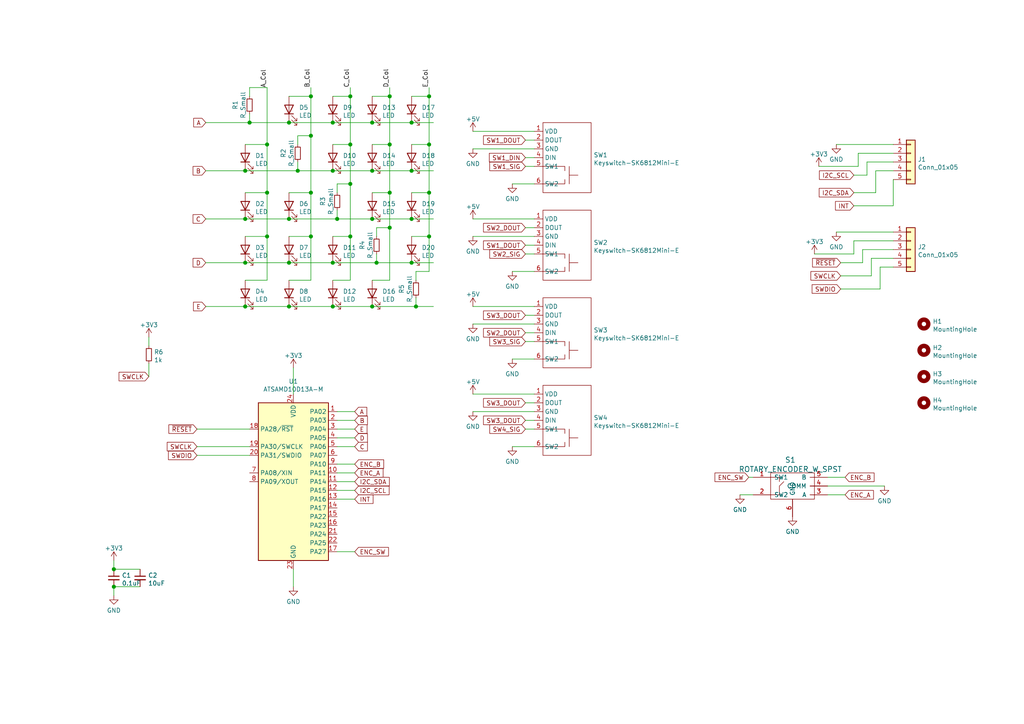
<source format=kicad_sch>
(kicad_sch (version 20210406) (generator eeschema)
  (paper "A4")
  (lib_symbols
    (symbol "BVH_Switches_Inputs:Keyswitch-SK6812Mini-E"
      (property "Reference" "SW" (at 5.08 3.81 0))
      (property "Value" "Keyswitch-SK6812Mini-E" (at 0 10.16 0))
      (symbol "Keyswitch-SK6812Mini-E_0_1"
        (rectangle (start -6.35 8.89) (end 7.62 -11.43) (stroke (width 0.1524)))
        (polyline (pts (xy 1.27 -6.35) (xy 3.81 -6.35)) (stroke (width 0.1524)))
        (polyline (pts (xy 1.27 -3.81) (xy 1.27 -8.89)) (stroke (width 0.1524)))
        (polyline (pts (xy -6.35 -8.89) (xy 0 -8.89) (xy 0 -7.62)) (stroke (width 0.1524)))
        (polyline (pts (xy -6.35 -3.81) (xy 0 -3.81) (xy 0 -5.08)) (stroke (width 0.1524)))
      )
      (symbol "Keyswitch-SK6812Mini-E_1_1"
        (pin input line (at -8.89 6.35 0) (length 2.54) (name "VDD") (number "1"))
        (pin input line (at -8.89 3.81 0) (length 2.54) (name "DOUT") (number "2"))
        (pin input line (at -8.89 1.27 0) (length 2.54) (name "GND") (number "3"))
        (pin input line (at -8.89 -1.27 0) (length 2.54) (name "DIN") (number "4"))
        (pin input line (at -8.89 -3.81 0) (length 2.54) (name "SW1") (number "5"))
        (pin input line (at -8.89 -8.89 0) (length 2.54) (name "SW2") (number "6"))
      )
    )
    (symbol "BVH_Switches_Inputs:ROTARY_ENCODER_W_SPST" (pin_names (offset 1.016))
      (property "Reference" "S" (at 0 5.08 0))
      (property "Value" "ROTARY_ENCODER_W_SPST" (at 1.27 7.62 0))
      (symbol "ROTARY_ENCODER_W_SPST_0_1"
        (rectangle (start -6.35 3.81) (end 6.35 -3.81))
        (polyline (pts (xy -6.35 -2.54) (xy -3.81 -2.54)))
        (polyline (pts (xy -6.35 2.54) (xy -3.81 2.54)))
        (polyline (pts (xy -3.81 2.54) (xy -3.81 1.27)))
        (polyline (pts (xy -3.81 -2.54) (xy -3.81 0) (xy -2.54 1.27)))
      )
      (symbol "ROTARY_ENCODER_W_SPST_1_1"
        (pin input line (at -11.43 2.54 0) (length 5.08) (name "SW1") (number "1"))
        (pin input line (at -11.43 -2.54 0) (length 5.08) (name "SW2") (number "2"))
        (pin input line (at 10.16 -2.54 180) (length 5.08) (name "A") (number "3"))
        (pin input line (at 10.16 0 180) (length 5.08) (name "COMM") (number "4"))
        (pin input line (at 10.16 2.54 180) (length 5.08) (name "B") (number "5"))
        (pin input line (at 0 -8.89 90) (length 5.08) (name "GND") (number "6"))
      )
    )
    (symbol "Connector_Generic:Conn_01x05" (pin_names (offset 1.016) hide)
      (property "Reference" "J" (at 0 7.62 0))
      (property "Value" "Conn_01x05" (at 0 -7.62 0))
      (symbol "Conn_01x05_1_1"
        (rectangle (start -1.27 -4.953) (end 0 -5.207) (stroke (width 0.1524)))
        (rectangle (start -1.27 -2.413) (end 0 -2.667) (stroke (width 0.1524)))
        (rectangle (start -1.27 0.127) (end 0 -0.127) (stroke (width 0.1524)))
        (rectangle (start -1.27 2.667) (end 0 2.413) (stroke (width 0.1524)))
        (rectangle (start -1.27 5.207) (end 0 4.953) (stroke (width 0.1524)))
        (rectangle (start -1.27 6.35) (end 1.27 -6.35) (stroke (width 0.254)) (fill (type background)))
        (pin passive line (at -5.08 5.08 0) (length 3.81) (name "Pin_1") (number "1"))
        (pin passive line (at -5.08 2.54 0) (length 3.81) (name "Pin_2") (number "2"))
        (pin passive line (at -5.08 0 0) (length 3.81) (name "Pin_3") (number "3"))
        (pin passive line (at -5.08 -2.54 0) (length 3.81) (name "Pin_4") (number "4"))
        (pin passive line (at -5.08 -5.08 0) (length 3.81) (name "Pin_5") (number "5"))
      )
    )
    (symbol "Device:C_Small" (pin_numbers hide) (pin_names (offset 0.254) hide)
      (property "Reference" "C" (at 0.254 1.778 0))
      (property "Value" "C_Small" (at 0.254 -2.032 0))
      (symbol "C_Small_0_1"
        (polyline (pts (xy -1.524 -0.508) (xy 1.524 -0.508)) (stroke (width 0.3302)))
        (polyline (pts (xy -1.524 0.508) (xy 1.524 0.508)) (stroke (width 0.3048)))
      )
      (symbol "C_Small_1_1"
        (pin passive line (at 0 2.54 270) (length 2.032) (name "~") (number "1"))
        (pin passive line (at 0 -2.54 90) (length 2.032) (name "~") (number "2"))
      )
    )
    (symbol "Device:LED" (pin_numbers hide) (pin_names (offset 1.016) hide)
      (property "Reference" "D" (at 0 2.54 0))
      (property "Value" "LED" (at 0 -2.54 0))
      (symbol "LED_0_1"
        (polyline (pts (xy -1.27 -1.27) (xy -1.27 1.27)) (stroke (width 0.254)))
        (polyline (pts (xy -1.27 0) (xy 1.27 0)))
        (polyline (pts (xy 1.27 -1.27) (xy 1.27 1.27) (xy -1.27 0) (xy 1.27 -1.27)) (stroke (width 0.254)))
        (polyline (pts (xy -3.048 -0.762) (xy -4.572 -2.286) (xy -3.81 -2.286) (xy -4.572 -2.286) (xy -4.572 -1.524)))
        (polyline (pts (xy -1.778 -0.762) (xy -3.302 -2.286) (xy -2.54 -2.286) (xy -3.302 -2.286) (xy -3.302 -1.524)))
      )
      (symbol "LED_1_1"
        (pin passive line (at -3.81 0 0) (length 2.54) (name "K") (number "1"))
        (pin passive line (at 3.81 0 180) (length 2.54) (name "A") (number "2"))
      )
    )
    (symbol "Device:R_Small" (pin_numbers hide) (pin_names (offset 0.254) hide)
      (property "Reference" "R" (at 0.762 0.508 0))
      (property "Value" "R_Small" (at 0.762 -1.016 0))
      (symbol "R_Small_0_1"
        (rectangle (start -0.762 1.778) (end 0.762 -1.778) (stroke (width 0.2032)))
      )
      (symbol "R_Small_1_1"
        (pin passive line (at 0 2.54 270) (length 0.762) (name "~") (number "1"))
        (pin passive line (at 0 -2.54 90) (length 0.762) (name "~") (number "2"))
      )
    )
    (symbol "MCU_Microchip_SAMD:ATSAMD10D13A-M"
      (property "Reference" "U" (at -10.16 24.13 0))
      (property "Value" "ATSAMD10D13A-M" (at 1.27 24.13 0))
      (symbol "ATSAMD10D13A-M_0_1"
        (rectangle (start -10.16 22.86) (end 10.16 -22.86) (stroke (width 0.254)) (fill (type background)))
      )
      (symbol "ATSAMD10D13A-M_1_1"
        (pin bidirectional line (at 12.7 20.32 180) (length 2.54) (name "PA02") (number "1"))
        (pin bidirectional line (at 12.7 2.54 180) (length 2.54) (name "PA11") (number "10"))
        (pin bidirectional line (at 12.7 0 180) (length 2.54) (name "PA14") (number "11"))
        (pin bidirectional line (at 12.7 -2.54 180) (length 2.54) (name "PA15") (number "12"))
        (pin bidirectional line (at 12.7 -5.08 180) (length 2.54) (name "PA16") (number "13"))
        (pin bidirectional line (at 12.7 -7.62 180) (length 2.54) (name "PA17") (number "14"))
        (pin bidirectional line (at 12.7 -10.16 180) (length 2.54) (name "PA22") (number "15"))
        (pin bidirectional line (at 12.7 -12.7 180) (length 2.54) (name "PA23") (number "16"))
        (pin bidirectional line (at 12.7 -20.32 180) (length 2.54) (name "PA27") (number "17"))
        (pin bidirectional line (at -12.7 15.24 0) (length 2.54) (name "PA28/~RST") (number "18"))
        (pin bidirectional line (at -12.7 10.16 0) (length 2.54) (name "PA30/SWCLK") (number "19"))
        (pin bidirectional line (at 12.7 17.78 180) (length 2.54) (name "PA03") (number "2"))
        (pin bidirectional line (at -12.7 7.62 0) (length 2.54) (name "PA31/SWDIO") (number "20"))
        (pin bidirectional line (at 12.7 -15.24 180) (length 2.54) (name "PA24") (number "21"))
        (pin bidirectional line (at 12.7 -17.78 180) (length 2.54) (name "PA25") (number "22"))
        (pin power_in line (at 0 -25.4 90) (length 2.54) (name "GND") (number "23"))
        (pin power_in line (at 0 25.4 270) (length 2.54) (name "VDD") (number "24"))
        (pin bidirectional line (at 12.7 15.24 180) (length 2.54) (name "PA04") (number "3"))
        (pin bidirectional line (at 12.7 12.7 180) (length 2.54) (name "PA05") (number "4"))
        (pin bidirectional line (at 12.7 10.16 180) (length 2.54) (name "PA06") (number "5"))
        (pin bidirectional line (at 12.7 7.62 180) (length 2.54) (name "PA07") (number "6"))
        (pin bidirectional line (at -12.7 2.54 0) (length 2.54) (name "PA08/XIN") (number "7"))
        (pin bidirectional line (at -12.7 0 0) (length 2.54) (name "PA09/XOUT") (number "8"))
        (pin bidirectional line (at 12.7 5.08 180) (length 2.54) (name "PA10") (number "9"))
      )
    )
    (symbol "Mechanical:MountingHole" (pin_names (offset 1.016))
      (property "Reference" "H" (at 0 5.08 0))
      (property "Value" "MountingHole" (at 0 3.175 0))
      (symbol "MountingHole_0_1"
        (circle (center 0 0) (radius 1.27) (stroke (width 1.27)))
      )
    )
    (symbol "power:+3.3V" (power) (pin_names (offset 0))
      (property "Value" "+3.3V" (at 0 3.556 0))
      (symbol "+3.3V_0_1"
        (polyline (pts (xy -0.762 1.27) (xy 0 2.54)))
        (polyline (pts (xy 0 0) (xy 0 2.54)))
        (polyline (pts (xy 0 2.54) (xy 0.762 1.27)))
      )
      (symbol "+3.3V_1_1"
        (pin power_in line (at 0 0 90) (length 0) hide (name "+3V3") (number "1"))
      )
    )
    (symbol "power:+5V" (power) (pin_names (offset 0))
      (property "Value" "+5V" (at 0 3.556 0))
      (symbol "+5V_0_1"
        (polyline (pts (xy -0.762 1.27) (xy 0 2.54)))
        (polyline (pts (xy 0 0) (xy 0 2.54)))
        (polyline (pts (xy 0 2.54) (xy 0.762 1.27)))
      )
      (symbol "+5V_1_1"
        (pin power_in line (at 0 0 90) (length 0) hide (name "+5V") (number "1"))
      )
    )
    (symbol "power:GND" (power) (pin_names (offset 0))
      (property "Value" "GND" (at 0 -3.81 0))
      (symbol "GND_0_1"
        (polyline (pts (xy 0 0) (xy 0 -1.27) (xy 1.27 -1.27) (xy 0 -2.54) (xy -1.27 -1.27) (xy 0 -1.27)))
      )
      (symbol "GND_1_1"
        (pin power_in line (at 0 0 270) (length 0) hide (name "GND") (number "1"))
      )
    )
  )
  (junction (at 33.02 165.1) (diameter 1.016))
  (junction (at 33.02 170.18) (diameter 1.016))
  (junction (at 71.12 49.53) (diameter 1.016))
  (junction (at 71.12 63.5) (diameter 1.016))
  (junction (at 71.12 76.2) (diameter 1.016))
  (junction (at 71.12 88.9) (diameter 1.016))
  (junction (at 72.39 35.56) (diameter 1.016))
  (junction (at 77.47 41.91) (diameter 1.016))
  (junction (at 77.47 55.88) (diameter 1.016))
  (junction (at 77.47 68.58) (diameter 1.016))
  (junction (at 83.82 35.56) (diameter 1.016))
  (junction (at 83.82 63.5) (diameter 1.016))
  (junction (at 83.82 76.2) (diameter 1.016))
  (junction (at 83.82 88.9) (diameter 1.016))
  (junction (at 86.36 49.53) (diameter 1.016))
  (junction (at 90.17 27.94) (diameter 1.016))
  (junction (at 90.17 39.37) (diameter 1.016))
  (junction (at 90.17 55.88) (diameter 1.016))
  (junction (at 90.17 68.58) (diameter 1.016))
  (junction (at 96.52 35.56) (diameter 1.016))
  (junction (at 96.52 49.53) (diameter 1.016))
  (junction (at 96.52 76.2) (diameter 1.016))
  (junction (at 96.52 88.9) (diameter 1.016))
  (junction (at 97.79 63.5) (diameter 1.016))
  (junction (at 101.6 27.94) (diameter 1.016))
  (junction (at 101.6 41.91) (diameter 1.016))
  (junction (at 101.6 53.34) (diameter 1.016))
  (junction (at 101.6 68.58) (diameter 1.016))
  (junction (at 107.95 35.56) (diameter 1.016))
  (junction (at 107.95 49.53) (diameter 1.016))
  (junction (at 107.95 63.5) (diameter 1.016))
  (junction (at 107.95 88.9) (diameter 1.016))
  (junction (at 109.22 76.2) (diameter 1.016))
  (junction (at 113.03 27.94) (diameter 1.016))
  (junction (at 113.03 41.91) (diameter 1.016))
  (junction (at 113.03 55.88) (diameter 1.016))
  (junction (at 113.03 66.04) (diameter 1.016))
  (junction (at 119.38 35.56) (diameter 1.016))
  (junction (at 119.38 49.53) (diameter 1.016))
  (junction (at 119.38 63.5) (diameter 1.016))
  (junction (at 119.38 76.2) (diameter 1.016))
  (junction (at 120.65 88.9) (diameter 1.016))
  (junction (at 124.46 27.94) (diameter 1.016))
  (junction (at 124.46 41.91) (diameter 1.016))
  (junction (at 124.46 55.88) (diameter 1.016))
  (junction (at 124.46 68.58) (diameter 1.016))
  (wire (pts (xy 33.02 162.56) (xy 33.02 165.1)))
  (wire (pts (xy 33.02 165.1) (xy 40.64 165.1)))
  (wire (pts (xy 33.02 170.18) (xy 33.02 172.72)))
  (wire (pts (xy 33.02 170.18) (xy 40.64 170.18)))
  (wire (pts (xy 43.18 97.79) (xy 43.18 100.33)))
  (wire (pts (xy 43.18 105.41) (xy 43.18 109.22)))
  (wire (pts (xy 57.15 124.46) (xy 72.39 124.46)))
  (wire (pts (xy 57.15 129.54) (xy 72.39 129.54)))
  (wire (pts (xy 57.15 132.08) (xy 72.39 132.08)))
  (wire (pts (xy 59.69 35.56) (xy 72.39 35.56)))
  (wire (pts (xy 59.69 49.53) (xy 71.12 49.53)))
  (wire (pts (xy 59.69 63.5) (xy 71.12 63.5)))
  (wire (pts (xy 59.69 76.2) (xy 71.12 76.2)))
  (wire (pts (xy 59.69 88.9) (xy 71.12 88.9)))
  (wire (pts (xy 71.12 41.91) (xy 77.47 41.91)))
  (wire (pts (xy 71.12 49.53) (xy 86.36 49.53)))
  (wire (pts (xy 71.12 55.88) (xy 77.47 55.88)))
  (wire (pts (xy 71.12 63.5) (xy 83.82 63.5)))
  (wire (pts (xy 71.12 68.58) (xy 77.47 68.58)))
  (wire (pts (xy 71.12 76.2) (xy 83.82 76.2)))
  (wire (pts (xy 71.12 81.28) (xy 77.47 81.28)))
  (wire (pts (xy 71.12 88.9) (xy 83.82 88.9)))
  (wire (pts (xy 72.39 25.4) (xy 77.47 25.4)))
  (wire (pts (xy 72.39 27.94) (xy 72.39 25.4)))
  (wire (pts (xy 72.39 33.02) (xy 72.39 35.56)))
  (wire (pts (xy 72.39 35.56) (xy 83.82 35.56)))
  (wire (pts (xy 77.47 25.4) (xy 77.47 41.91)))
  (wire (pts (xy 77.47 41.91) (xy 77.47 55.88)))
  (wire (pts (xy 77.47 55.88) (xy 77.47 68.58)))
  (wire (pts (xy 77.47 68.58) (xy 77.47 81.28)))
  (wire (pts (xy 83.82 27.94) (xy 90.17 27.94)))
  (wire (pts (xy 83.82 35.56) (xy 96.52 35.56)))
  (wire (pts (xy 83.82 55.88) (xy 90.17 55.88)))
  (wire (pts (xy 83.82 63.5) (xy 97.79 63.5)))
  (wire (pts (xy 83.82 68.58) (xy 90.17 68.58)))
  (wire (pts (xy 83.82 76.2) (xy 96.52 76.2)))
  (wire (pts (xy 83.82 81.28) (xy 90.17 81.28)))
  (wire (pts (xy 83.82 88.9) (xy 96.52 88.9)))
  (wire (pts (xy 85.09 106.68) (xy 85.09 114.3)))
  (wire (pts (xy 85.09 165.1) (xy 85.09 170.18)))
  (wire (pts (xy 86.36 39.37) (xy 90.17 39.37)))
  (wire (pts (xy 86.36 41.91) (xy 86.36 39.37)))
  (wire (pts (xy 86.36 46.99) (xy 86.36 49.53)))
  (wire (pts (xy 86.36 49.53) (xy 96.52 49.53)))
  (wire (pts (xy 90.17 25.4) (xy 90.17 27.94)))
  (wire (pts (xy 90.17 27.94) (xy 90.17 39.37)))
  (wire (pts (xy 90.17 39.37) (xy 90.17 55.88)))
  (wire (pts (xy 90.17 55.88) (xy 90.17 68.58)))
  (wire (pts (xy 90.17 68.58) (xy 90.17 81.28)))
  (wire (pts (xy 96.52 27.94) (xy 101.6 27.94)))
  (wire (pts (xy 96.52 35.56) (xy 107.95 35.56)))
  (wire (pts (xy 96.52 41.91) (xy 101.6 41.91)))
  (wire (pts (xy 96.52 49.53) (xy 107.95 49.53)))
  (wire (pts (xy 96.52 68.58) (xy 101.6 68.58)))
  (wire (pts (xy 96.52 76.2) (xy 109.22 76.2)))
  (wire (pts (xy 96.52 81.28) (xy 101.6 81.28)))
  (wire (pts (xy 96.52 88.9) (xy 107.95 88.9)))
  (wire (pts (xy 97.79 53.34) (xy 101.6 53.34)))
  (wire (pts (xy 97.79 55.88) (xy 97.79 53.34)))
  (wire (pts (xy 97.79 60.96) (xy 97.79 63.5)))
  (wire (pts (xy 97.79 63.5) (xy 107.95 63.5)))
  (wire (pts (xy 97.79 119.38) (xy 102.87 119.38)))
  (wire (pts (xy 97.79 121.92) (xy 102.87 121.92)))
  (wire (pts (xy 97.79 124.46) (xy 102.87 124.46)))
  (wire (pts (xy 97.79 127) (xy 102.87 127)))
  (wire (pts (xy 97.79 129.54) (xy 102.87 129.54)))
  (wire (pts (xy 97.79 134.62) (xy 102.87 134.62)))
  (wire (pts (xy 97.79 137.16) (xy 102.87 137.16)))
  (wire (pts (xy 97.79 139.7) (xy 102.87 139.7)))
  (wire (pts (xy 97.79 142.24) (xy 102.87 142.24)))
  (wire (pts (xy 97.79 144.78) (xy 102.87 144.78)))
  (wire (pts (xy 97.79 160.02) (xy 102.87 160.02)))
  (wire (pts (xy 101.6 25.4) (xy 101.6 27.94)))
  (wire (pts (xy 101.6 27.94) (xy 101.6 41.91)))
  (wire (pts (xy 101.6 41.91) (xy 101.6 53.34)))
  (wire (pts (xy 101.6 53.34) (xy 101.6 68.58)))
  (wire (pts (xy 101.6 68.58) (xy 101.6 81.28)))
  (wire (pts (xy 107.95 27.94) (xy 113.03 27.94)))
  (wire (pts (xy 107.95 35.56) (xy 119.38 35.56)))
  (wire (pts (xy 107.95 41.91) (xy 113.03 41.91)))
  (wire (pts (xy 107.95 49.53) (xy 119.38 49.53)))
  (wire (pts (xy 107.95 55.88) (xy 113.03 55.88)))
  (wire (pts (xy 107.95 63.5) (xy 119.38 63.5)))
  (wire (pts (xy 107.95 81.28) (xy 113.03 81.28)))
  (wire (pts (xy 107.95 88.9) (xy 120.65 88.9)))
  (wire (pts (xy 109.22 66.04) (xy 113.03 66.04)))
  (wire (pts (xy 109.22 68.58) (xy 109.22 66.04)))
  (wire (pts (xy 109.22 73.66) (xy 109.22 76.2)))
  (wire (pts (xy 109.22 76.2) (xy 119.38 76.2)))
  (wire (pts (xy 113.03 25.4) (xy 113.03 27.94)))
  (wire (pts (xy 113.03 27.94) (xy 113.03 41.91)))
  (wire (pts (xy 113.03 41.91) (xy 113.03 55.88)))
  (wire (pts (xy 113.03 55.88) (xy 113.03 66.04)))
  (wire (pts (xy 113.03 66.04) (xy 113.03 81.28)))
  (wire (pts (xy 119.38 27.94) (xy 124.46 27.94)))
  (wire (pts (xy 119.38 35.56) (xy 125.73 35.56)))
  (wire (pts (xy 119.38 41.91) (xy 124.46 41.91)))
  (wire (pts (xy 119.38 49.53) (xy 125.73 49.53)))
  (wire (pts (xy 119.38 55.88) (xy 124.46 55.88)))
  (wire (pts (xy 119.38 63.5) (xy 125.73 63.5)))
  (wire (pts (xy 119.38 68.58) (xy 124.46 68.58)))
  (wire (pts (xy 119.38 76.2) (xy 125.73 76.2)))
  (wire (pts (xy 120.65 78.74) (xy 124.46 78.74)))
  (wire (pts (xy 120.65 81.28) (xy 120.65 78.74)))
  (wire (pts (xy 120.65 86.36) (xy 120.65 88.9)))
  (wire (pts (xy 120.65 88.9) (xy 125.73 88.9)))
  (wire (pts (xy 124.46 25.4) (xy 124.46 27.94)))
  (wire (pts (xy 124.46 27.94) (xy 124.46 41.91)))
  (wire (pts (xy 124.46 41.91) (xy 124.46 55.88)))
  (wire (pts (xy 124.46 55.88) (xy 124.46 68.58)))
  (wire (pts (xy 124.46 68.58) (xy 124.46 78.74)))
  (wire (pts (xy 137.16 38.1) (xy 154.94 38.1)))
  (wire (pts (xy 137.16 43.18) (xy 154.94 43.18)))
  (wire (pts (xy 137.16 63.5) (xy 154.94 63.5)))
  (wire (pts (xy 137.16 68.58) (xy 154.94 68.58)))
  (wire (pts (xy 137.16 88.9) (xy 154.94 88.9)))
  (wire (pts (xy 137.16 93.98) (xy 154.94 93.98)))
  (wire (pts (xy 137.16 114.3) (xy 154.94 114.3)))
  (wire (pts (xy 137.16 119.38) (xy 154.94 119.38)))
  (wire (pts (xy 148.59 53.34) (xy 154.94 53.34)))
  (wire (pts (xy 148.59 78.74) (xy 154.94 78.74)))
  (wire (pts (xy 148.59 104.14) (xy 154.94 104.14)))
  (wire (pts (xy 148.59 129.54) (xy 154.94 129.54)))
  (wire (pts (xy 152.4 40.64) (xy 154.94 40.64)))
  (wire (pts (xy 152.4 45.72) (xy 154.94 45.72)))
  (wire (pts (xy 152.4 48.26) (xy 154.94 48.26)))
  (wire (pts (xy 152.4 66.04) (xy 154.94 66.04)))
  (wire (pts (xy 152.4 71.12) (xy 154.94 71.12)))
  (wire (pts (xy 152.4 73.66) (xy 154.94 73.66)))
  (wire (pts (xy 152.4 91.44) (xy 154.94 91.44)))
  (wire (pts (xy 152.4 96.52) (xy 154.94 96.52)))
  (wire (pts (xy 152.4 99.06) (xy 154.94 99.06)))
  (wire (pts (xy 152.4 116.84) (xy 154.94 116.84)))
  (wire (pts (xy 152.4 121.92) (xy 154.94 121.92)))
  (wire (pts (xy 152.4 124.46) (xy 154.94 124.46)))
  (wire (pts (xy 214.63 143.51) (xy 218.44 143.51)))
  (wire (pts (xy 217.17 138.43) (xy 218.44 138.43)))
  (wire (pts (xy 236.22 73.66) (xy 247.65 73.66)))
  (wire (pts (xy 237.49 48.26) (xy 248.92 48.26)))
  (wire (pts (xy 240.03 138.43) (xy 245.11 138.43)))
  (wire (pts (xy 240.03 140.97) (xy 256.54 140.97)))
  (wire (pts (xy 240.03 143.51) (xy 245.11 143.51)))
  (wire (pts (xy 242.57 41.91) (xy 259.08 41.91)))
  (wire (pts (xy 242.57 67.31) (xy 259.08 67.31)))
  (wire (pts (xy 243.84 76.2) (xy 250.19 76.2)))
  (wire (pts (xy 247.65 50.8) (xy 251.46 50.8)))
  (wire (pts (xy 247.65 59.69) (xy 259.08 59.69)))
  (wire (pts (xy 247.65 69.85) (xy 259.08 69.85)))
  (wire (pts (xy 247.65 73.66) (xy 247.65 69.85)))
  (wire (pts (xy 248.92 44.45) (xy 248.92 48.26)))
  (wire (pts (xy 250.19 72.39) (xy 259.08 72.39)))
  (wire (pts (xy 250.19 76.2) (xy 250.19 72.39)))
  (wire (pts (xy 251.46 46.99) (xy 259.08 46.99)))
  (wire (pts (xy 251.46 50.8) (xy 251.46 46.99)))
  (wire (pts (xy 252.73 74.93) (xy 252.73 80.01)))
  (wire (pts (xy 252.73 80.01) (xy 243.84 80.01)))
  (wire (pts (xy 254 49.53) (xy 254 55.88)))
  (wire (pts (xy 254 55.88) (xy 247.65 55.88)))
  (wire (pts (xy 255.27 77.47) (xy 255.27 83.82)))
  (wire (pts (xy 255.27 83.82) (xy 243.84 83.82)))
  (wire (pts (xy 259.08 44.45) (xy 248.92 44.45)))
  (wire (pts (xy 259.08 49.53) (xy 254 49.53)))
  (wire (pts (xy 259.08 59.69) (xy 259.08 52.07)))
  (wire (pts (xy 259.08 74.93) (xy 252.73 74.93)))
  (wire (pts (xy 259.08 77.47) (xy 255.27 77.47)))
  (label "A_Col" (at 77.47 25.4 90))
  (label "B_Col" (at 90.17 25.4 90))
  (label "C_Col" (at 101.6 25.4 90))
  (label "D_Col" (at 113.03 25.4 90))
  (label "E_Col" (at 124.46 25.4 90))
  (global_label "SWCLK" (shape input) (at 43.18 109.22 180) (property "Intersheet References" "${INTERSHEET_REFS}" (effects hide)))
  (global_label "~RESET" (shape input) (at 57.15 124.46 180) (property "Intersheet References" "${INTERSHEET_REFS}" (effects hide)))
  (global_label "SWCLK" (shape input) (at 57.15 129.54 180) (property "Intersheet References" "${INTERSHEET_REFS}" (effects hide)))
  (global_label "SWDIO" (shape input) (at 57.15 132.08 180) (property "Intersheet References" "${INTERSHEET_REFS}" (effects hide)))
  (global_label "A" (shape input) (at 59.69 35.56 180) (property "Intersheet References" "${INTERSHEET_REFS}" (effects hide)))
  (global_label "B" (shape input) (at 59.69 49.53 180) (property "Intersheet References" "${INTERSHEET_REFS}" (effects hide)))
  (global_label "C" (shape input) (at 59.69 63.5 180) (property "Intersheet References" "${INTERSHEET_REFS}" (effects hide)))
  (global_label "D" (shape input) (at 59.69 76.2 180) (property "Intersheet References" "${INTERSHEET_REFS}" (effects hide)))
  (global_label "E" (shape input) (at 59.69 88.9 180) (property "Intersheet References" "${INTERSHEET_REFS}" (effects hide)))
  (global_label "A" (shape input) (at 102.87 119.38 0) (property "Intersheet References" "${INTERSHEET_REFS}" (effects hide)))
  (global_label "B" (shape input) (at 102.87 121.92 0) (property "Intersheet References" "${INTERSHEET_REFS}" (effects hide)))
  (global_label "E" (shape input) (at 102.87 124.46 0) (property "Intersheet References" "${INTERSHEET_REFS}" (effects hide)))
  (global_label "D" (shape input) (at 102.87 127 0) (property "Intersheet References" "${INTERSHEET_REFS}" (effects hide)))
  (global_label "C" (shape input) (at 102.87 129.54 0) (property "Intersheet References" "${INTERSHEET_REFS}" (effects hide)))
  (global_label "ENC_B" (shape input) (at 102.87 134.62 0) (property "Intersheet References" "${INTERSHEET_REFS}" (effects hide)))
  (global_label "ENC_A" (shape input) (at 102.87 137.16 0) (property "Intersheet References" "${INTERSHEET_REFS}" (effects hide)))
  (global_label "I2C_SDA" (shape input) (at 102.87 139.7 0) (property "Intersheet References" "${INTERSHEET_REFS}" (effects hide)))
  (global_label "I2C_SCL" (shape input) (at 102.87 142.24 0) (property "Intersheet References" "${INTERSHEET_REFS}" (effects hide)))
  (global_label "INT" (shape input) (at 102.87 144.78 0) (property "Intersheet References" "${INTERSHEET_REFS}" (effects hide)))
  (global_label "ENC_SW" (shape input) (at 102.87 160.02 0) (property "Intersheet References" "${INTERSHEET_REFS}" (effects hide)))
  (global_label "SW1_DOUT" (shape input) (at 152.4 40.64 180) (property "Intersheet References" "${INTERSHEET_REFS}" (effects hide)))
  (global_label "SW1_DIN" (shape input) (at 152.4 45.72 180) (property "Intersheet References" "${INTERSHEET_REFS}" (effects hide)))
  (global_label "SW1_SIG" (shape input) (at 152.4 48.26 180) (property "Intersheet References" "${INTERSHEET_REFS}" (effects hide)))
  (global_label "SW2_DOUT" (shape input) (at 152.4 66.04 180) (property "Intersheet References" "${INTERSHEET_REFS}" (effects hide)))
  (global_label "SW1_DOUT" (shape input) (at 152.4 71.12 180) (property "Intersheet References" "${INTERSHEET_REFS}" (effects hide)))
  (global_label "SW2_SIG" (shape input) (at 152.4 73.66 180) (property "Intersheet References" "${INTERSHEET_REFS}" (effects hide)))
  (global_label "SW3_DOUT" (shape input) (at 152.4 91.44 180) (property "Intersheet References" "${INTERSHEET_REFS}" (effects hide)))
  (global_label "SW2_DOUT" (shape input) (at 152.4 96.52 180) (property "Intersheet References" "${INTERSHEET_REFS}" (effects hide)))
  (global_label "SW3_SIG" (shape input) (at 152.4 99.06 180) (property "Intersheet References" "${INTERSHEET_REFS}" (effects hide)))
  (global_label "SW3_DOUT" (shape input) (at 152.4 116.84 180) (property "Intersheet References" "${INTERSHEET_REFS}" (effects hide)))
  (global_label "SW3_DOUT" (shape input) (at 152.4 121.92 180) (property "Intersheet References" "${INTERSHEET_REFS}" (effects hide)))
  (global_label "SW4_SIG" (shape input) (at 152.4 124.46 180) (property "Intersheet References" "${INTERSHEET_REFS}" (effects hide)))
  (global_label "ENC_SW" (shape input) (at 217.17 138.43 180) (property "Intersheet References" "${INTERSHEET_REFS}" (effects hide)))
  (global_label "~RESET" (shape input) (at 243.84 76.2 180) (property "Intersheet References" "${INTERSHEET_REFS}" (effects hide)))
  (global_label "SWCLK" (shape input) (at 243.84 80.01 180) (property "Intersheet References" "${INTERSHEET_REFS}" (effects hide)))
  (global_label "SWDIO" (shape input) (at 243.84 83.82 180) (property "Intersheet References" "${INTERSHEET_REFS}" (effects hide)))
  (global_label "ENC_B" (shape input) (at 245.11 138.43 0) (property "Intersheet References" "${INTERSHEET_REFS}" (effects hide)))
  (global_label "ENC_A" (shape input) (at 245.11 143.51 0) (property "Intersheet References" "${INTERSHEET_REFS}" (effects hide)))
  (global_label "I2C_SCL" (shape input) (at 247.65 50.8 180) (property "Intersheet References" "${INTERSHEET_REFS}" (effects hide)))
  (global_label "I2C_SDA" (shape input) (at 247.65 55.88 180) (property "Intersheet References" "${INTERSHEET_REFS}" (effects hide)))
  (global_label "INT" (shape input) (at 247.65 59.69 180) (property "Intersheet References" "${INTERSHEET_REFS}" (effects hide)))
  (symbol (lib_id "power:+3.3V") (at 33.02 162.56 0) (unit 1)
    (property "Reference" "#PWR01" (effects hide))
    (property "Value" "+3.3V" (at 33.02 159.0126 0))
  )
  (symbol (lib_id "power:+3.3V") (at 43.18 97.79 0) (unit 1)
    (property "Reference" "#PWR0102" (effects hide))
    (property "Value" "+3.3V" (at 43.18 94.2426 0))
  )
  (symbol (lib_id "power:+3.3V") (at 85.09 106.68 0) (unit 1)
    (property "Reference" "#PWR03" (effects hide))
    (property "Value" "+3.3V" (at 85.09 103.1326 0))
  )
  (symbol (lib_id "power:+5V") (at 137.16 38.1 0) (unit 1)
    (property "Reference" "#PWR011" (effects hide))
    (property "Value" "+5V" (at 137.16 34.5526 0))
  )
  (symbol (lib_id "power:+5V") (at 137.16 63.5 0) (unit 1)
    (property "Reference" "#PWR013" (effects hide))
    (property "Value" "+5V" (at 137.16 59.9526 0))
  )
  (symbol (lib_id "power:+5V") (at 137.16 88.9 0) (unit 1)
    (property "Reference" "#PWR015" (effects hide))
    (property "Value" "+5V" (at 137.16 85.3526 0))
  )
  (symbol (lib_id "power:+5V") (at 137.16 114.3 0) (unit 1)
    (property "Reference" "#PWR017" (effects hide))
    (property "Value" "+5V" (at 137.16 110.7526 0))
  )
  (symbol (lib_id "power:+3.3V") (at 236.22 73.66 0) (unit 1)
    (property "Reference" "#PWR06" (effects hide))
    (property "Value" "+3.3V" (at 236.22 70.1126 0))
  )
  (symbol (lib_id "power:+3.3V") (at 237.49 48.26 0) (unit 1)
    (property "Reference" "#PWR07" (effects hide))
    (property "Value" "+3.3V" (at 237.49 44.7126 0))
  )
  (symbol (lib_id "power:GND") (at 33.02 172.72 0) (unit 1)
    (property "Reference" "#PWR02" (effects hide))
    (property "Value" "GND" (at 33.02 177.0444 0))
  )
  (symbol (lib_id "power:GND") (at 85.09 170.18 0) (unit 1)
    (property "Reference" "#PWR04" (effects hide))
    (property "Value" "GND" (at 85.09 174.5044 0))
  )
  (symbol (lib_id "power:GND") (at 137.16 43.18 0) (unit 1)
    (property "Reference" "#PWR012" (effects hide))
    (property "Value" "GND" (at 137.16 47.5044 0))
  )
  (symbol (lib_id "power:GND") (at 137.16 68.58 0) (unit 1)
    (property "Reference" "#PWR014" (effects hide))
    (property "Value" "GND" (at 137.16 72.9044 0))
  )
  (symbol (lib_id "power:GND") (at 137.16 93.98 0) (unit 1)
    (property "Reference" "#PWR016" (effects hide))
    (property "Value" "GND" (at 137.16 98.3044 0))
  )
  (symbol (lib_id "power:GND") (at 137.16 119.38 0) (unit 1)
    (property "Reference" "#PWR018" (effects hide))
    (property "Value" "GND" (at 137.16 123.7044 0))
  )
  (symbol (lib_id "power:GND") (at 148.59 53.34 0) (unit 1)
    (property "Reference" "#PWR019" (effects hide))
    (property "Value" "GND" (at 148.59 57.6644 0))
  )
  (symbol (lib_id "power:GND") (at 148.59 78.74 0) (unit 1)
    (property "Reference" "#PWR020" (effects hide))
    (property "Value" "GND" (at 148.59 83.0644 0))
  )
  (symbol (lib_id "power:GND") (at 148.59 104.14 0) (unit 1)
    (property "Reference" "#PWR021" (effects hide))
    (property "Value" "GND" (at 148.59 108.4644 0))
  )
  (symbol (lib_id "power:GND") (at 148.59 129.54 0) (unit 1)
    (property "Reference" "#PWR022" (effects hide))
    (property "Value" "GND" (at 148.59 133.8644 0))
  )
  (symbol (lib_id "power:GND") (at 214.63 143.51 0) (unit 1)
    (property "Reference" "#PWR05" (effects hide))
    (property "Value" "GND" (at 214.63 147.8344 0))
  )
  (symbol (lib_id "power:GND") (at 229.87 149.86 0) (unit 1)
    (property "Reference" "#PWR0101" (effects hide))
    (property "Value" "GND" (at 229.87 154.1844 0))
  )
  (symbol (lib_id "power:GND") (at 242.57 41.91 0) (unit 1)
    (property "Reference" "#PWR08" (effects hide))
    (property "Value" "GND" (at 242.57 46.2344 0))
  )
  (symbol (lib_id "power:GND") (at 242.57 67.31 0) (unit 1)
    (property "Reference" "#PWR09" (effects hide))
    (property "Value" "GND" (at 242.57 71.6344 0))
  )
  (symbol (lib_id "power:GND") (at 256.54 140.97 0) (unit 1)
    (property "Reference" "#PWR010" (effects hide))
    (property "Value" "GND" (at 256.54 145.2944 0))
  )
  (symbol (lib_id "Device:R_Small") (at 43.18 102.87 0) (unit 1)
    (property "Reference" "R6" (at 44.6787 102.1091 0) (effects (justify left)))
    (property "Value" "1k" (at 44.6787 104.4078 0) (effects (justify left)))
    (property "Footprint" "Resistor_SMD:R_0603_1608Metric" (effects hide))
  )
  (symbol (lib_id "Device:R_Small") (at 72.39 30.48 180) (unit 1)
    (property "Reference" "R1" (at 68.2202 30.48 90))
    (property "Value" "R_Small" (at 70.5189 30.48 90))
    (property "Footprint" "Resistor_SMD:R_0603_1608Metric" (effects hide))
  )
  (symbol (lib_id "Device:R_Small") (at 86.36 44.45 180) (unit 1)
    (property "Reference" "R2" (at 82.1902 44.45 90))
    (property "Value" "R_Small" (at 84.4889 44.45 90))
    (property "Footprint" "Resistor_SMD:R_0603_1608Metric" (effects hide))
  )
  (symbol (lib_id "Device:R_Small") (at 97.79 58.42 180) (unit 1)
    (property "Reference" "R3" (at 93.6202 58.42 90))
    (property "Value" "R_Small" (at 95.9189 58.42 90))
    (property "Footprint" "Resistor_SMD:R_0603_1608Metric" (effects hide))
  )
  (symbol (lib_id "Device:R_Small") (at 109.22 71.12 180) (unit 1)
    (property "Reference" "R4" (at 105.0502 71.12 90))
    (property "Value" "R_Small" (at 107.3489 71.12 90))
    (property "Footprint" "Resistor_SMD:R_0603_1608Metric" (effects hide))
  )
  (symbol (lib_id "Device:R_Small") (at 120.65 83.82 180) (unit 1)
    (property "Reference" "R5" (at 116.4802 83.82 90))
    (property "Value" "R_Small" (at 118.7789 83.82 90))
    (property "Footprint" "Resistor_SMD:R_0603_1608Metric" (effects hide))
  )
  (symbol (lib_id "Mechanical:MountingHole") (at 267.97 93.98 0) (unit 1)
    (property "Reference" "H1" (at 270.5101 93.2191 0) (effects (justify left)))
    (property "Value" "MountingHole" (at 270.5101 95.5178 0) (effects (justify left)))
    (property "Footprint" "MountingHole:MountingHole_2.5mm" (effects hide))
  )
  (symbol (lib_id "Mechanical:MountingHole") (at 267.97 101.6 0) (unit 1)
    (property "Reference" "H2" (at 270.5101 100.8391 0) (effects (justify left)))
    (property "Value" "MountingHole" (at 270.5101 103.1378 0) (effects (justify left)))
    (property "Footprint" "MountingHole:MountingHole_2.5mm" (effects hide))
  )
  (symbol (lib_id "Mechanical:MountingHole") (at 267.97 109.22 0) (unit 1)
    (property "Reference" "H3" (at 270.5101 108.4591 0) (effects (justify left)))
    (property "Value" "MountingHole" (at 270.5101 110.7578 0) (effects (justify left)))
    (property "Footprint" "MountingHole:MountingHole_2.5mm" (effects hide))
  )
  (symbol (lib_id "Mechanical:MountingHole") (at 267.97 116.84 0) (unit 1)
    (property "Reference" "H4" (at 270.5101 116.0791 0) (effects (justify left)))
    (property "Value" "MountingHole" (at 270.5101 118.3778 0) (effects (justify left)))
    (property "Footprint" "MountingHole:MountingHole_2.5mm" (effects hide))
  )
  (symbol (lib_id "Device:C_Small") (at 33.02 167.64 0) (unit 1)
    (property "Reference" "C1" (at 35.3442 166.8791 0) (effects (justify left)))
    (property "Value" "0.1uF" (at 35.3442 169.1778 0) (effects (justify left)))
    (property "Footprint" "Capacitor_SMD:C_0603_1608Metric" (effects hide))
  )
  (symbol (lib_id "Device:C_Small") (at 40.64 167.64 0) (unit 1)
    (property "Reference" "C2" (at 42.9642 166.8791 0) (effects (justify left)))
    (property "Value" "10uF" (at 42.9642 169.1778 0) (effects (justify left)))
    (property "Footprint" "Capacitor_SMD:C_0805_2012Metric" (effects hide))
  )
  (symbol (lib_id "Device:LED") (at 71.12 45.72 90) (unit 1)
    (property "Reference" "D1" (at 74.0411 45.1496 90) (effects (justify right)))
    (property "Value" "LED" (at 74.0411 47.4483 90) (effects (justify right)))
    (property "Footprint" "LED_SMD:LED_0603_1608Metric" (effects hide))
  )
  (symbol (lib_id "Device:LED") (at 71.12 59.69 90) (unit 1)
    (property "Reference" "D2" (at 74.0411 59.1196 90) (effects (justify right)))
    (property "Value" "LED" (at 74.0411 61.4183 90) (effects (justify right)))
    (property "Footprint" "LED_SMD:LED_0603_1608Metric" (effects hide))
  )
  (symbol (lib_id "Device:LED") (at 71.12 72.39 90) (unit 1)
    (property "Reference" "D3" (at 74.0411 71.8196 90) (effects (justify right)))
    (property "Value" "LED" (at 74.0411 74.1183 90) (effects (justify right)))
    (property "Footprint" "LED_SMD:LED_0603_1608Metric" (effects hide))
  )
  (symbol (lib_id "Device:LED") (at 71.12 85.09 90) (unit 1)
    (property "Reference" "D4" (at 74.0411 84.5196 90) (effects (justify right)))
    (property "Value" "LED" (at 74.0411 86.8183 90) (effects (justify right)))
    (property "Footprint" "LED_SMD:LED_0603_1608Metric" (effects hide))
  )
  (symbol (lib_id "Device:LED") (at 83.82 31.75 90) (unit 1)
    (property "Reference" "D5" (at 86.7411 31.1796 90) (effects (justify right)))
    (property "Value" "LED" (at 86.7411 33.4783 90) (effects (justify right)))
    (property "Footprint" "LED_SMD:LED_0603_1608Metric" (effects hide))
  )
  (symbol (lib_id "Device:LED") (at 83.82 59.69 90) (unit 1)
    (property "Reference" "D6" (at 86.7411 59.1196 90) (effects (justify right)))
    (property "Value" "LED" (at 86.7411 61.4183 90) (effects (justify right)))
    (property "Footprint" "LED_SMD:LED_0603_1608Metric" (effects hide))
  )
  (symbol (lib_id "Device:LED") (at 83.82 72.39 90) (unit 1)
    (property "Reference" "D7" (at 86.7411 71.8196 90) (effects (justify right)))
    (property "Value" "LED" (at 86.7411 74.1183 90) (effects (justify right)))
    (property "Footprint" "LED_SMD:LED_0603_1608Metric" (effects hide))
  )
  (symbol (lib_id "Device:LED") (at 83.82 85.09 90) (unit 1)
    (property "Reference" "D8" (at 86.7411 84.5196 90) (effects (justify right)))
    (property "Value" "LED" (at 86.7411 86.8183 90) (effects (justify right)))
    (property "Footprint" "LED_SMD:LED_0603_1608Metric" (effects hide))
  )
  (symbol (lib_id "Device:LED") (at 96.52 31.75 90) (unit 1)
    (property "Reference" "D9" (at 99.4411 31.1796 90) (effects (justify right)))
    (property "Value" "LED" (at 99.4411 33.4783 90) (effects (justify right)))
    (property "Footprint" "LED_SMD:LED_0603_1608Metric" (effects hide))
  )
  (symbol (lib_id "Device:LED") (at 96.52 45.72 90) (unit 1)
    (property "Reference" "D10" (at 99.4411 45.1496 90) (effects (justify right)))
    (property "Value" "LED" (at 99.4411 47.4483 90) (effects (justify right)))
    (property "Footprint" "LED_SMD:LED_0603_1608Metric" (effects hide))
  )
  (symbol (lib_id "Device:LED") (at 96.52 72.39 90) (unit 1)
    (property "Reference" "D11" (at 99.4411 71.8196 90) (effects (justify right)))
    (property "Value" "LED" (at 99.4411 74.1183 90) (effects (justify right)))
    (property "Footprint" "LED_SMD:LED_0603_1608Metric" (effects hide))
  )
  (symbol (lib_id "Device:LED") (at 96.52 85.09 90) (unit 1)
    (property "Reference" "D12" (at 99.4411 84.5196 90) (effects (justify right)))
    (property "Value" "LED" (at 99.4411 86.8183 90) (effects (justify right)))
    (property "Footprint" "LED_SMD:LED_0603_1608Metric" (effects hide))
  )
  (symbol (lib_id "Device:LED") (at 107.95 31.75 90) (unit 1)
    (property "Reference" "D13" (at 110.8711 31.1796 90) (effects (justify right)))
    (property "Value" "LED" (at 110.8711 33.4783 90) (effects (justify right)))
    (property "Footprint" "LED_SMD:LED_0603_1608Metric" (effects hide))
  )
  (symbol (lib_id "Device:LED") (at 107.95 45.72 90) (unit 1)
    (property "Reference" "D14" (at 110.8711 45.1496 90) (effects (justify right)))
    (property "Value" "LED" (at 110.8711 47.4483 90) (effects (justify right)))
    (property "Footprint" "LED_SMD:LED_0603_1608Metric" (effects hide))
  )
  (symbol (lib_id "Device:LED") (at 107.95 59.69 90) (unit 1)
    (property "Reference" "D15" (at 110.8711 59.1196 90) (effects (justify right)))
    (property "Value" "LED" (at 110.8711 61.4183 90) (effects (justify right)))
    (property "Footprint" "LED_SMD:LED_0603_1608Metric" (effects hide))
  )
  (symbol (lib_id "Device:LED") (at 107.95 85.09 90) (unit 1)
    (property "Reference" "D16" (at 110.8711 84.5196 90) (effects (justify right)))
    (property "Value" "LED" (at 110.8711 86.8183 90) (effects (justify right)))
    (property "Footprint" "LED_SMD:LED_0603_1608Metric" (effects hide))
  )
  (symbol (lib_id "Device:LED") (at 119.38 31.75 90) (unit 1)
    (property "Reference" "D17" (at 122.3011 31.1796 90) (effects (justify right)))
    (property "Value" "LED" (at 122.3011 33.4783 90) (effects (justify right)))
    (property "Footprint" "LED_SMD:LED_0603_1608Metric" (effects hide))
  )
  (symbol (lib_id "Device:LED") (at 119.38 45.72 90) (unit 1)
    (property "Reference" "D18" (at 122.3011 45.1496 90) (effects (justify right)))
    (property "Value" "LED" (at 122.3011 47.4483 90) (effects (justify right)))
    (property "Footprint" "LED_SMD:LED_0603_1608Metric" (effects hide))
  )
  (symbol (lib_id "Device:LED") (at 119.38 59.69 90) (unit 1)
    (property "Reference" "D19" (at 122.3011 59.1196 90) (effects (justify right)))
    (property "Value" "LED" (at 122.3011 61.4183 90) (effects (justify right)))
    (property "Footprint" "LED_SMD:LED_0603_1608Metric" (effects hide))
  )
  (symbol (lib_id "Device:LED") (at 119.38 72.39 90) (unit 1)
    (property "Reference" "D20" (at 122.3011 71.8196 90) (effects (justify right)))
    (property "Value" "LED" (at 122.3011 74.1183 90) (effects (justify right)))
    (property "Footprint" "LED_SMD:LED_0603_1608Metric" (effects hide))
  )
  (symbol (lib_id "Connector_Generic:Conn_01x05") (at 264.16 46.99 0) (unit 1)
    (property "Reference" "J1" (at 266.1921 46.2291 0) (effects (justify left)))
    (property "Value" "Conn_01x05" (at 266.1921 48.5278 0) (effects (justify left)))
    (property "Footprint" "Connector_PinSocket_2.54mm:PinSocket_1x05_P2.54mm_Vertical" (effects hide))
  )
  (symbol (lib_id "Connector_Generic:Conn_01x05") (at 264.16 72.39 0) (unit 1)
    (property "Reference" "J2" (at 266.1921 71.6291 0) (effects (justify left)))
    (property "Value" "Conn_01x05" (at 266.1921 73.9278 0) (effects (justify left)))
    (property "Footprint" "Connector_PinSocket_2.54mm:PinSocket_1x05_P2.54mm_Vertical" (effects hide))
  )
  (symbol (lib_id "BVH_Switches_Inputs:ROTARY_ENCODER_W_SPST") (at 229.87 140.97 0) (unit 1)
    (property "Reference" "S1" (at 229.235 133.3959 0) (effects (font (size 1.524 1.524))))
    (property "Value" "ROTARY_ENCODER_W_SPST" (at 229.235 136.1035 0) (effects (font (size 1.524 1.524))))
    (property "Footprint" "BVH_Switches:Rotary_Encoder_W_Switch" (effects hide))
  )
  (symbol (lib_id "BVH_Switches_Inputs:Keyswitch-SK6812Mini-E") (at 163.83 44.45 0) (unit 1)
    (property "Reference" "SW1" (at 172.1613 44.9591 0) (effects (justify left)))
    (property "Value" "Keyswitch-SK6812Mini-E" (at 172.1613 47.2578 0) (effects (justify left)))
    (property "Footprint" "BVH_Switches:Keyswitch_w_SK6812Mini-E_Back" (effects hide))
  )
  (symbol (lib_id "BVH_Switches_Inputs:Keyswitch-SK6812Mini-E") (at 163.83 69.85 0) (unit 1)
    (property "Reference" "SW2" (at 172.1613 70.3591 0) (effects (justify left)))
    (property "Value" "Keyswitch-SK6812Mini-E" (at 172.1613 72.6578 0) (effects (justify left)))
    (property "Footprint" "BVH_Switches:Keyswitch_w_SK6812Mini-E_Back" (effects hide))
  )
  (symbol (lib_id "BVH_Switches_Inputs:Keyswitch-SK6812Mini-E") (at 163.83 95.25 0) (unit 1)
    (property "Reference" "SW3" (at 172.1613 95.7591 0) (effects (justify left)))
    (property "Value" "Keyswitch-SK6812Mini-E" (at 172.1613 98.0578 0) (effects (justify left)))
    (property "Footprint" "BVH_Switches:Keyswitch_w_SK6812Mini-E_Back" (effects hide))
  )
  (symbol (lib_id "BVH_Switches_Inputs:Keyswitch-SK6812Mini-E") (at 163.83 120.65 0) (unit 1)
    (property "Reference" "SW4" (at 172.1613 121.1591 0) (effects (justify left)))
    (property "Value" "Keyswitch-SK6812Mini-E" (at 172.1613 123.4578 0) (effects (justify left)))
    (property "Footprint" "BVH_Switches:Keyswitch_w_SK6812Mini-E_Back" (effects hide))
  )
  (symbol (lib_id "MCU_Microchip_SAMD:ATSAMD10D13A-M") (at 85.09 139.7 0) (unit 1)
    (property "Reference" "U1" (at 85.09 110.6128 0))
    (property "Value" "ATSAMD10D13A-M" (at 85.09 112.9115 0))
    (property "Footprint" "Package_DFN_QFN:QFN-24-1EP_4x4mm_P0.5mm_EP2.6x2.6mm_ThermalVias" (effects hide))
    (property "Datasheet" "http://ww1.microchip.com/downloads/en/DeviceDoc/Atmel-42242-SAM-D10_Datasheet.pdf" (effects hide))
  )
)
</source>
